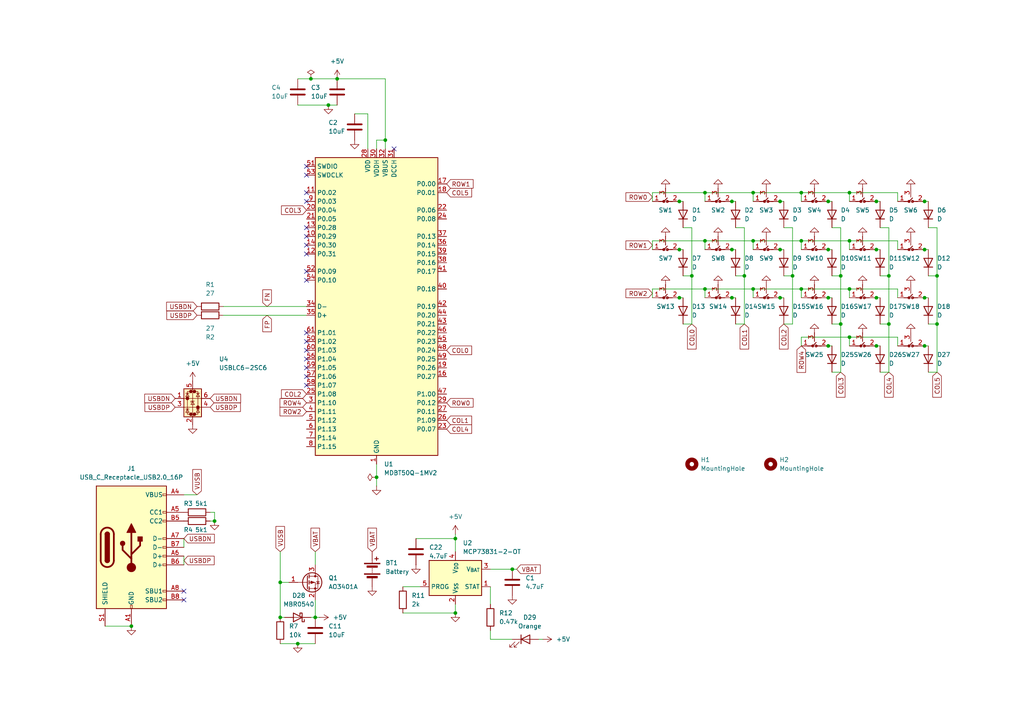
<source format=kicad_sch>
(kicad_sch (version 20250114) (generator "eeschema") (generator_version "9.0")
  (paper "A4")
  (junction (at 218.44 69.85))
  (junction (at 254.19 86.36))
  (junction (at 212.28 72.39))
  (junction (at 232.41 55.88))
  (junction (at 132.08 156.21))
  (junction (at 97.79 22.86))
  (junction (at 204.47 69.85))
  (junction (at 86.36 186.69))
  (junction (at 81.28 168.91))
  (junction (at 204.47 83.82))
  (junction (at 246.38 55.88))
  (junction (at 243.84 80.01))
  (junction (at 257.81 80.01))
  (junction (at 91.44 179.07))
  (junction (at 204.47 55.88))
  (junction (at 271.78 93.98))
  (junction (at 246.38 97.79))
  (junction (at 218.44 55.88))
  (junction (at 254.19 72.39))
  (junction (at 197.04 58.42))
  (junction (at 257.81 93.98))
  (junction (at 109.22 138.43))
  (junction (at 212.28 58.42))
  (junction (at 254.19 100.33))
  (junction (at 200.66 80.01))
  (junction (at 215.9 80.01))
  (junction (at 268.16 86.36))
  (junction (at 95.25 30.48))
  (junction (at 81.28 179.07))
  (junction (at 240.22 100.33))
  (junction (at 212.28 86.36))
  (junction (at 240.22 86.36))
  (junction (at 38.1 181.61))
  (junction (at 148.59 165.1))
  (junction (at 226.25 58.42))
  (junction (at 268.16 100.33))
  (junction (at 218.44 83.82))
  (junction (at 254.19 58.42))
  (junction (at 62.23 151.13))
  (junction (at 271.78 80.01))
  (junction (at 111.76 40.64))
  (junction (at 226.25 86.36))
  (junction (at 240.22 58.42))
  (junction (at 232.41 69.85))
  (junction (at 197.04 72.39))
  (junction (at 232.41 83.82))
  (junction (at 132.08 177.8))
  (junction (at 246.38 83.82))
  (junction (at 243.84 93.98))
  (junction (at 268.16 72.39))
  (junction (at 90.17 22.86))
  (junction (at 229.87 80.01))
  (junction (at 246.38 69.85))
  (junction (at 240.22 72.39))
  (junction (at 268.16 58.42))
  (junction (at 197.04 86.36))
  (junction (at 226.25 72.39))
  (no_connect (at 88.9 104.14))
  (no_connect (at 88.9 66.04))
  (no_connect (at 88.9 101.6))
  (no_connect (at 88.9 78.74))
  (no_connect (at 88.9 50.8))
  (no_connect (at 88.9 99.06))
  (no_connect (at 88.9 73.66))
  (no_connect (at 114.3 43.18))
  (no_connect (at 88.9 48.26))
  (no_connect (at 88.9 68.58))
  (no_connect (at 88.9 81.28))
  (no_connect (at 88.9 111.76))
  (no_connect (at 88.9 96.52))
  (no_connect (at 88.9 109.22))
  (no_connect (at 53.34 171.45))
  (no_connect (at 53.34 173.99))
  (no_connect (at 88.9 58.42))
  (no_connect (at 88.9 106.68))
  (no_connect (at 88.9 55.88))
  (no_connect (at 88.9 71.12))
  (wire (pts (xy 254.19 72.39) (xy 255.27 72.39)))
  (wire (pts (xy 200.66 80.01) (xy 198.12 80.01)))
  (wire (pts (xy 246.38 55.88) (xy 260.35 55.88)))
  (wire (pts (xy 232.41 69.85) (xy 246.38 69.85)))
  (wire (pts (xy 189.23 83.82) (xy 204.47 83.82)))
  (wire (pts (xy 254.19 86.36) (xy 255.27 86.36)))
  (wire (pts (xy 267.97 72.39) (xy 268.16 72.39)))
  (wire (pts (xy 269.24 80.01) (xy 271.78 80.01)))
  (wire (pts (xy 226.25 86.36) (xy 227.33 86.36)))
  (wire (pts (xy 218.44 55.88) (xy 232.41 55.88)))
  (wire (pts (xy 132.08 177.8) (xy 132.08 175.26)))
  (wire (pts (xy 269.24 66.04) (xy 271.78 66.04)))
  (wire (pts (xy 212.28 72.39) (xy 213.36 72.39)))
  (wire (pts (xy 116.84 170.18) (xy 121.92 170.18)))
  (wire (pts (xy 240.22 86.36) (xy 241.3 86.36)))
  (wire (pts (xy 212.09 72.39) (xy 212.28 72.39)))
  (wire (pts (xy 269.24 93.98) (xy 271.78 93.98)))
  (wire (pts (xy 196.85 72.39) (xy 197.04 72.39)))
  (wire (pts (xy 268.16 72.39) (xy 269.24 72.39)))
  (wire (pts (xy 60.96 148.59) (xy 62.23 148.59)))
  (wire (pts (xy 189.23 55.88) (xy 204.47 55.88)))
  (wire (pts (xy 254 58.42) (xy 254.19 58.42)))
  (wire (pts (xy 226.06 86.36) (xy 226.25 86.36)))
  (wire (pts (xy 257.81 80.01) (xy 257.81 93.98)))
  (wire (pts (xy 86.36 22.86) (xy 90.17 22.86)))
  (wire (pts (xy 218.44 83.82) (xy 218.44 86.36)))
  (wire (pts (xy 218.44 55.88) (xy 218.44 58.42)))
  (wire (pts (xy 90.17 22.86) (xy 97.79 22.86)))
  (wire (pts (xy 241.3 66.04) (xy 243.84 66.04)))
  (wire (pts (xy 254.19 100.33) (xy 255.27 100.33)))
  (wire (pts (xy 257.81 107.95) (xy 255.27 107.95)))
  (wire (pts (xy 232.41 55.88) (xy 246.38 55.88)))
  (wire (pts (xy 86.36 30.48) (xy 95.25 30.48)))
  (wire (pts (xy 240.22 72.39) (xy 241.3 72.39)))
  (wire (pts (xy 243.84 93.98) (xy 241.3 93.98)))
  (wire (pts (xy 213.36 93.98) (xy 215.9 93.98)))
  (wire (pts (xy 189.23 58.42) (xy 189.23 55.88)))
  (wire (pts (xy 246.38 55.88) (xy 246.38 58.42)))
  (wire (pts (xy 142.24 170.18) (xy 142.24 175.26)))
  (wire (pts (xy 92.71 179.07) (xy 91.44 179.07)))
  (wire (pts (xy 232.41 55.88) (xy 232.41 58.42)))
  (wire (pts (xy 204.47 55.88) (xy 204.47 58.42)))
  (wire (pts (xy 267.97 86.36) (xy 268.16 86.36)))
  (wire (pts (xy 226.25 58.42) (xy 227.33 58.42)))
  (wire (pts (xy 212.09 86.36) (xy 212.28 86.36)))
  (wire (pts (xy 246.38 83.82) (xy 246.38 86.36)))
  (wire (pts (xy 254.19 58.42) (xy 255.27 58.42)))
  (wire (pts (xy 246.38 97.79) (xy 246.38 100.33)))
  (wire (pts (xy 260.35 55.88) (xy 260.35 58.42)))
  (wire (pts (xy 157.48 185.42) (xy 156.21 185.42)))
  (wire (pts (xy 232.41 97.79) (xy 232.41 100.33)))
  (wire (pts (xy 53.34 156.21) (xy 53.34 158.75)))
  (wire (pts (xy 243.84 80.01) (xy 243.84 93.98)))
  (wire (pts (xy 255.27 66.04) (xy 257.81 66.04)))
  (wire (pts (xy 271.78 66.04) (xy 271.78 80.01)))
  (wire (pts (xy 243.84 93.98) (xy 243.84 107.95)))
  (wire (pts (xy 81.28 168.91) (xy 83.82 168.91)))
  (wire (pts (xy 257.81 93.98) (xy 257.81 107.95)))
  (wire (pts (xy 64.77 91.44) (xy 88.9 91.44)))
  (wire (pts (xy 148.59 165.1) (xy 149.86 165.1)))
  (wire (pts (xy 62.23 151.13) (xy 60.96 151.13)))
  (wire (pts (xy 240.03 100.33) (xy 240.22 100.33)))
  (wire (pts (xy 109.22 138.43) (xy 109.22 134.62)))
  (wire (pts (xy 271.78 80.01) (xy 271.78 93.98)))
  (wire (pts (xy 95.25 30.48) (xy 97.79 30.48)))
  (wire (pts (xy 240.03 86.36) (xy 240.22 86.36)))
  (wire (pts (xy 229.87 66.04) (xy 227.33 66.04)))
  (wire (pts (xy 215.9 66.04) (xy 215.9 80.01)))
  (wire (pts (xy 81.28 186.69) (xy 86.36 186.69)))
  (wire (pts (xy 254 100.33) (xy 254.19 100.33)))
  (wire (pts (xy 267.97 58.42) (xy 268.16 58.42)))
  (wire (pts (xy 111.76 40.64) (xy 111.76 43.18)))
  (wire (pts (xy 246.38 83.82) (xy 260.35 83.82)))
  (wire (pts (xy 260.35 97.79) (xy 260.35 100.33)))
  (wire (pts (xy 109.22 140.97) (xy 109.22 138.43)))
  (wire (pts (xy 204.47 55.88) (xy 218.44 55.88)))
  (wire (pts (xy 197.04 72.39) (xy 198.12 72.39)))
  (wire (pts (xy 109.22 40.64) (xy 109.22 43.18)))
  (wire (pts (xy 57.15 143.51) (xy 53.34 143.51)))
  (wire (pts (xy 240.03 72.39) (xy 240.22 72.39)))
  (wire (pts (xy 226.25 72.39) (xy 227.33 72.39)))
  (wire (pts (xy 132.08 156.21) (xy 132.08 160.02)))
  (wire (pts (xy 91.44 179.07) (xy 90.17 179.07)))
  (wire (pts (xy 213.36 66.04) (xy 215.9 66.04)))
  (wire (pts (xy 204.47 83.82) (xy 204.47 86.36)))
  (wire (pts (xy 227.33 93.98) (xy 229.87 93.98)))
  (wire (pts (xy 268.16 100.33) (xy 269.24 100.33)))
  (wire (pts (xy 200.66 93.98) (xy 198.12 93.98)))
  (wire (pts (xy 271.78 93.98) (xy 271.78 107.95)))
  (wire (pts (xy 189.23 69.85) (xy 204.47 69.85)))
  (wire (pts (xy 30.48 181.61) (xy 38.1 181.61)))
  (wire (pts (xy 200.66 80.01) (xy 200.66 93.98)))
  (wire (pts (xy 212.09 58.42) (xy 212.28 58.42)))
  (wire (pts (xy 254 86.36) (xy 254.19 86.36)))
  (wire (pts (xy 212.28 86.36) (xy 213.36 86.36)))
  (wire (pts (xy 64.77 88.9) (xy 88.9 88.9)))
  (wire (pts (xy 215.9 80.01) (xy 215.9 93.98)))
  (wire (pts (xy 218.44 69.85) (xy 232.41 69.85)))
  (wire (pts (xy 189.23 86.36) (xy 189.23 83.82)))
  (wire (pts (xy 91.44 160.02) (xy 91.44 163.83)))
  (wire (pts (xy 267.97 100.33) (xy 268.16 100.33)))
  (wire (pts (xy 254 72.39) (xy 254.19 72.39)))
  (wire (pts (xy 229.87 93.98) (xy 229.87 80.01)))
  (wire (pts (xy 189.23 72.39) (xy 189.23 69.85)))
  (wire (pts (xy 257.81 66.04) (xy 257.81 80.01)))
  (wire (pts (xy 246.38 69.85) (xy 246.38 72.39)))
  (wire (pts (xy 213.36 80.01) (xy 215.9 80.01)))
  (wire (pts (xy 243.84 80.01) (xy 241.3 80.01)))
  (wire (pts (xy 232.41 97.79) (xy 246.38 97.79)))
  (wire (pts (xy 257.81 93.98) (xy 255.27 93.98)))
  (wire (pts (xy 226.06 72.39) (xy 226.25 72.39)))
  (wire (pts (xy 142.24 185.42) (xy 148.59 185.42)))
  (wire (pts (xy 132.08 154.94) (xy 132.08 156.21)))
  (wire (pts (xy 212.28 58.42) (xy 213.36 58.42)))
  (wire (pts (xy 97.79 22.86) (xy 111.76 22.86)))
  (wire (pts (xy 111.76 22.86) (xy 111.76 40.64)))
  (wire (pts (xy 196.85 58.42) (xy 197.04 58.42)))
  (wire (pts (xy 204.47 83.82) (xy 218.44 83.82)))
  (wire (pts (xy 91.44 173.99) (xy 91.44 179.07)))
  (wire (pts (xy 255.27 80.01) (xy 257.81 80.01)))
  (wire (pts (xy 268.16 86.36) (xy 269.24 86.36)))
  (wire (pts (xy 232.41 83.82) (xy 246.38 83.82)))
  (wire (pts (xy 142.24 182.88) (xy 142.24 185.42)))
  (wire (pts (xy 229.87 80.01) (xy 227.33 80.01)))
  (wire (pts (xy 62.23 148.59) (xy 62.23 151.13)))
  (wire (pts (xy 197.04 86.36) (xy 198.12 86.36)))
  (wire (pts (xy 243.84 107.95) (xy 241.3 107.95)))
  (wire (pts (xy 116.84 177.8) (xy 132.08 177.8)))
  (wire (pts (xy 240.03 58.42) (xy 240.22 58.42)))
  (wire (pts (xy 81.28 179.07) (xy 82.55 179.07)))
  (wire (pts (xy 197.04 58.42) (xy 198.12 58.42)))
  (wire (pts (xy 196.85 86.36) (xy 197.04 86.36)))
  (wire (pts (xy 243.84 66.04) (xy 243.84 80.01)))
  (wire (pts (xy 271.78 107.95) (xy 269.24 107.95)))
  (wire (pts (xy 218.44 83.82) (xy 232.41 83.82)))
  (wire (pts (xy 120.65 156.21) (xy 132.08 156.21)))
  (wire (pts (xy 81.28 160.02) (xy 81.28 168.91)))
  (wire (pts (xy 198.12 66.04) (xy 200.66 66.04)))
  (wire (pts (xy 260.35 83.82) (xy 260.35 86.36)))
  (wire (pts (xy 200.66 66.04) (xy 200.66 80.01)))
  (wire (pts (xy 240.22 100.33) (xy 241.3 100.33)))
  (wire (pts (xy 142.24 165.1) (xy 148.59 165.1)))
  (wire (pts (xy 109.22 40.64) (xy 111.76 40.64)))
  (wire (pts (xy 81.28 168.91) (xy 81.28 179.07)))
  (wire (pts (xy 229.87 80.01) (xy 229.87 66.04)))
  (wire (pts (xy 86.36 186.69) (xy 91.44 186.69)))
  (wire (pts (xy 218.44 69.85) (xy 218.44 72.39)))
  (wire (pts (xy 204.47 69.85) (xy 218.44 69.85)))
  (wire (pts (xy 226.06 58.42) (xy 226.25 58.42)))
  (wire (pts (xy 260.35 69.85) (xy 260.35 72.39)))
  (wire (pts (xy 246.38 97.79) (xy 260.35 97.79)))
  (wire (pts (xy 240.22 58.42) (xy 241.3 58.42)))
  (wire (pts (xy 106.68 43.18) (xy 106.68 33.02)))
  (wire (pts (xy 232.41 83.82) (xy 232.41 86.36)))
  (wire (pts (xy 232.41 69.85) (xy 232.41 72.39)))
  (wire (pts (xy 204.47 69.85) (xy 204.47 72.39)))
  (wire (pts (xy 106.68 33.02) (xy 102.87 33.02)))
  (wire (pts (xy 53.34 161.29) (xy 53.34 163.83)))
  (wire (pts (xy 246.38 69.85) (xy 260.35 69.85)))
  (wire (pts (xy 268.16 58.42) (xy 269.24 58.42)))
  (global_label "USBDN" (shape input) (at 50.8 115.57 180) (property "Intersheetrefs" "${INTERSHEET_REFS}" (effects (hide yes))))
  (global_label "USBDP" (shape input) (at 53.34 162.56 0) (property "Intersheetrefs" "${INTERSHEET_REFS}" (effects (hide yes))))
  (global_label "COL3" (shape input) (at 88.9 60.96 180) (property "Intersheetrefs" "${INTERSHEET_REFS}" (effects (hide yes))))
  (global_label "COL1" (shape input) (at 129.54 121.92 0) (property "Intersheetrefs" "${INTERSHEET_REFS}" (effects (hide yes))))
  (global_label "COL1" (shape input) (at 215.9 93.98 270) (property "Intersheetrefs" "${INTERSHEET_REFS}" (effects (hide yes))))
  (global_label "COL4" (shape input) (at 129.54 124.46 0) (property "Intersheetrefs" "${INTERSHEET_REFS}" (effects (hide yes))))
  (global_label "USBDP" (shape input) (at 60.96 118.11 0) (property "Intersheetrefs" "${INTERSHEET_REFS}" (effects (hide yes))))
  (global_label "USBDN" (shape input) (at 57.15 88.9 180) (property "Intersheetrefs" "${INTERSHEET_REFS}" (effects (hide yes))))
  (global_label "ROW2" (shape input) (at 189.23 85.09 180) (property "Intersheetrefs" "${INTERSHEET_REFS}" (effects (hide yes))))
  (global_label "USBDP" (shape input) (at 50.8 118.11 180) (property "Intersheetrefs" "${INTERSHEET_REFS}" (effects (hide yes))))
  (global_label "ROW1" (shape input) (at 189.23 71.12 180) (property "Intersheetrefs" "${INTERSHEET_REFS}" (effects (hide yes))))
  (global_label "COL0" (shape input) (at 200.66 93.98 270) (property "Intersheetrefs" "${INTERSHEET_REFS}" (effects (hide yes))))
  (global_label "COL2" (shape input) (at 227.33 93.98 270) (property "Intersheetrefs" "${INTERSHEET_REFS}" (effects (hide yes))))
  (global_label "COL3" (shape input) (at 243.84 107.95 270) (property "Intersheetrefs" "${INTERSHEET_REFS}" (effects (hide yes))))
  (global_label "FP" (shape input) (at 77.47 91.44 270) (property "Intersheetrefs" "${INTERSHEET_REFS}" (effects (hide yes))))
  (global_label "COL4" (shape input) (at 257.81 107.95 270) (property "Intersheetrefs" "${INTERSHEET_REFS}" (effects (hide yes))))
  (global_label "VUSB" (shape input) (at 81.28 160.02 90) (property "Intersheetrefs" "${INTERSHEET_REFS}" (effects (hide yes))))
  (global_label "VUSB" (shape input) (at 57.15 143.51 90) (property "Intersheetrefs" "${INTERSHEET_REFS}" (effects (hide yes))))
  (global_label "COL0" (shape input) (at 129.54 101.6 0) (property "Intersheetrefs" "${INTERSHEET_REFS}" (effects (hide yes))))
  (global_label "COL5" (shape input) (at 271.78 107.95 270) (property "Intersheetrefs" "${INTERSHEET_REFS}" (effects (hide yes))))
  (global_label "VBAT" (shape input) (at 149.86 165.1 0) (property "Intersheetrefs" "${INTERSHEET_REFS}" (effects (hide yes))))
  (global_label "COL2" (shape input) (at 88.9 114.3 180) (property "Intersheetrefs" "${INTERSHEET_REFS}" (effects (hide yes))))
  (global_label "USBDN" (shape input) (at 53.34 156.21 0) (property "Intersheetrefs" "${INTERSHEET_REFS}" (effects (hide yes))))
  (global_label "ROW1" (shape input) (at 129.54 53.34 0) (property "Intersheetrefs" "${INTERSHEET_REFS}" (effects (hide yes))))
  (global_label "USBDN" (shape input) (at 60.96 115.57 0) (property "Intersheetrefs" "${INTERSHEET_REFS}" (effects (hide yes))))
  (global_label "FN" (shape input) (at 77.47 88.9 90) (property "Intersheetrefs" "${INTERSHEET_REFS}" (effects (hide yes))))
  (global_label "ROW0" (shape input) (at 129.54 116.84 0) (property "Intersheetrefs" "${INTERSHEET_REFS}" (effects (hide yes))))
  (global_label "VBAT" (shape input) (at 91.44 160.02 90) (property "Intersheetrefs" "${INTERSHEET_REFS}" (effects (hide yes))))
  (global_label "ROW4" (shape input) (at 88.9 116.84 180) (property "Intersheetrefs" "${INTERSHEET_REFS}" (effects (hide yes))))
  (global_label "ROW2" (shape input) (at 88.9 119.38 180) (property "Intersheetrefs" "${INTERSHEET_REFS}" (effects (hide yes))))
  (global_label "VBAT" (shape input) (at 107.95 160.02 90) (property "Intersheetrefs" "${INTERSHEET_REFS}" (effects (hide yes))))
  (global_label "ROW4" (shape input) (at 232.41 100.33 270) (property "Intersheetrefs" "${INTERSHEET_REFS}" (effects (hide yes))))
  (global_label "USBDP" (shape input) (at 57.15 91.44 180) (property "Intersheetrefs" "${INTERSHEET_REFS}" (effects (hide yes))))
  (global_label "COL5" (shape input) (at 129.54 55.88 0) (property "Intersheetrefs" "${INTERSHEET_REFS}" (effects (hide yes))))
  (global_label "ROW0" (shape input) (at 189.23 57.15 180) (property "Intersheetrefs" "${INTERSHEET_REFS}" (effects (hide yes))))
  (symbol (lib_id "Device:Battery") (at 107.95 165.1 0) (unit 1)
    (property "Reference" "BT1" (at 111.76 163.2584 0) (effects (justify left)))
    (property "Value" "Battery" (at 111.76 165.7984 0) (effects (justify left)))
    (property "Footprint" "Connector_JST:JST_PH_S2B-PH-K_1x02_P2.00mm_Horizontal" (effects (hide yes)))
    (property "Description" "Multiple-cell battery" (effects (hide yes)))
  )
  (symbol (lib_id "Connector:USB_C_Receptacle_USB2.0_16P") (at 38.1 158.75 0) (unit 1)
    (property "Reference" "J1" (at 38.1 135.89 0))
    (property "Value" "USB_C_Receptacle_USB2.0_16P" (at 38.1 138.43 0))
    (property "Footprint" "Connector_USB:USB_C_Receptacle_G-Switch_GT-USB-7010ASV" (effects (hide yes)))
    (property "Datasheet" "https://www.usb.org/sites/default/files/documents/usb_type-c.zip" (effects (hide yes)))
    (property "Description" "USB 2.0-only 16P Type-C Receptacle connector" (effects (hide yes)))
    (property "LCSC" "C67380" (effects (hide yes)))
  )
  (symbol (lib_id "Device:D") (at 213.36 62.23 90) (unit 1)
    (property "Reference" "D2" (at 215.9 60.9599 90) (effects (justify right)))
    (property "Value" "D" (at 215.9 63.4999 90) (effects (justify right)))
    (property "Footprint" "ScottoKeebs_Components:Diode_SOD-123" (effects (hide yes)))
    (property "Description" "Diode" (effects (hide yes)))
    (property "Sim.Device" "D" (effects (hide yes)))
    (property "Sim.Pins" "1=K 2=A" (effects (hide yes)))
    (property "LCSC" "C81598" (effects (hide yes)))
  )
  (symbol (lib_id "PG1316:SW_Push_3pin_GND") (at 193.04 86.36 0) (unit 1)
    (property "Reference" "SW13" (at 193.04 88.9 0))
    (property "Value" "SW_Push_3pin_GND" (effects (hide yes)))
    (property "Footprint" "PG1316S:CPG1316S01D02_kailhspecsheet_mikefive" (effects (hide yes)))
  )
  (symbol (lib_id "power:PWR_FLAG") (at 90.17 22.86 0) (unit 1)
    (property "Reference" "#FLG01" (effects (hide yes)))
    (property "Value" "PWR_FLAG" (effects (hide yes)))
    (property "Description" "Special symbol for telling ERC where power comes from" (effects (hide yes)))
  )
  (symbol (lib_id "Device:D") (at 198.12 62.23 90) (unit 1)
    (property "Reference" "D1" (at 200.66 60.9599 90) (effects (justify right)))
    (property "Value" "D" (at 200.66 63.4999 90) (effects (justify right)))
    (property "Footprint" "ScottoKeebs_Components:Diode_SOD-123" (effects (hide yes)))
    (property "Description" "Diode" (effects (hide yes)))
    (property "Sim.Device" "D" (effects (hide yes)))
    (property "Sim.Pins" "1=K 2=A" (effects (hide yes)))
    (property "LCSC" "C81598" (effects (hide yes)))
  )
  (symbol (lib_id "power:GND") (at 132.08 177.8 0) (unit 1)
    (property "Reference" "#PWR045" (effects (hide yes)))
    (property "Value" "GND" (effects (hide yes)))
    (property "Description" "Power symbol creates a global label with name \"GND\" , ground" (effects (hide yes)))
  )
  (symbol (lib_id "Device:R") (at 57.15 148.59 270) (unit 1)
    (property "Reference" "R3" (at 54.61 146.05 90))
    (property "Value" "5k1" (at 58.42 146.05 90))
    (property "Footprint" "Resistor_SMD:R_0603_1608Metric" (effects (hide yes)))
    (property "Description" "Resistor" (effects (hide yes)))
    (property "LCSC" "C23186" (effects (hide yes)))
  )
  (symbol (lib_id "PG1316:SW_Push_3pin_GND") (at 222.25 58.42 0) (unit 1)
    (property "Reference" "SW3" (at 222.25 60.96 0))
    (property "Value" "SW_Push_3pin_GND" (effects (hide yes)))
    (property "Footprint" "PG1316S:CPG1316S01D02_kailhspecsheet_mikefive" (effects (hide yes)))
  )
  (symbol (lib_id "Device:C") (at 91.44 182.88 0) (unit 1)
    (property "Reference" "C11" (at 95.25 181.6099 0) (effects (justify left)))
    (property "Value" "10uF" (at 95.25 184.1499 0) (effects (justify left)))
    (property "Footprint" "Capacitor_SMD:C_0603_1608Metric" (effects (hide yes)))
    (property "Description" "Unpolarized capacitor" (effects (hide yes)))
    (property "LCSC" "C19702" (effects (hide yes)))
  )
  (symbol (lib_id "power:GND") (at 222.25 82.55 180) (unit 1)
    (property "Reference" "#PWR017" (effects (hide yes)))
    (property "Value" "GND" (effects (hide yes)))
    (property "Description" "Power symbol creates a global label with name \"GND\" , ground" (effects (hide yes)))
  )
  (symbol (lib_id "power:+5V") (at 92.71 179.07 270) (unit 1)
    (property "Reference" "#PWR036" (effects (hide yes)))
    (property "Value" "+5V" (at 96.52 179.0699 90) (effects (justify left)))
    (property "Description" "Power symbol creates a global label with name \"+5V\"" (effects (hide yes)))
  )
  (symbol (lib_id "PG1316:SW_Push_3pin_GND") (at 236.22 86.36 0) (unit 1)
    (property "Reference" "SW16" (at 236.22 88.9 0))
    (property "Value" "SW_Push_3pin_GND" (effects (hide yes)))
    (property "Footprint" "PG1316S:CPG1316S01D02_kailhspecsheet_mikefive" (effects (hide yes)))
  )
  (symbol (lib_id "power:GND") (at 264.16 68.58 180) (unit 1)
    (property "Reference" "#PWR014" (effects (hide yes)))
    (property "Value" "GND" (effects (hide yes)))
    (property "Description" "Power symbol creates a global label with name \"GND\" , ground" (effects (hide yes)))
  )
  (symbol (lib_id "Device:R") (at 81.28 182.88 0) (unit 1)
    (property "Reference" "R7" (at 83.82 181.6099 0) (effects (justify left)))
    (property "Value" "10k" (at 83.82 184.1499 0) (effects (justify left)))
    (property "Footprint" "Resistor_SMD:R_0603_1608Metric" (effects (hide yes)))
    (property "Description" "Resistor" (effects (hide yes)))
    (property "LCSC" "C25804" (effects (hide yes)))
  )
  (symbol (lib_id "Diode:MBR0540") (at 86.36 179.07 180) (unit 1)
    (property "Reference" "D28" (at 86.6775 172.72 0))
    (property "Value" "MBR0540" (at 86.6775 175.26 0))
    (property "Footprint" "Diode_SMD:D_SOD-123" (effects (hide yes)))
    (property "Datasheet" "http://www.mccsemi.com/up_pdf/MBR0520~MBR0580(SOD123).pdf" (effects (hide yes)))
    (property "Description" "40V 0.5A Schottky Power Rectifier Diode, SOD-123" (effects (hide yes)))
    (property "LCSC" "C77337" (effects (hide yes)))
  )
  (symbol (lib_id "power:GND") (at 38.1 181.61 0) (unit 1)
    (property "Reference" "#PWR01" (effects (hide yes)))
    (property "Value" "GND" (effects (hide yes)))
    (property "Description" "Power symbol creates a global label with name \"GND\" , ground" (effects (hide yes)))
  )
  (symbol (lib_name "LED_1") (lib_id "Device:LED") (at 152.4 185.42 0) (unit 1)
    (property "Reference" "D29" (at 153.67 179.07 0))
    (property "Value" "Orange" (at 153.67 181.61 0))
    (property "Footprint" "LED_SMD:LED_0805_2012Metric" (effects (hide yes)))
    (property "Description" "Light emitting diode" (effects (hide yes)))
    (property "Sim.Pins" "1=K 2=A" (effects (hide yes)))
    (property "LCSC" "C434437" (effects (hide yes)))
  )
  (symbol (lib_id "Battery_Management:MCP73831-2-OT") (at 132.08 167.64 0) (unit 1)
    (property "Reference" "U2" (at 134.2233 157.48 0) (effects (justify left)))
    (property "Value" "MCP73831-2-OT" (at 134.2233 160.02 0) (effects (justify left)))
    (property "Footprint" "Package_TO_SOT_SMD:SOT-23-5" (effects (hide yes)))
    (property "Datasheet" "http://ww1.microchip.com/downloads/en/DeviceDoc/20001984g.pdf" (effects (hide yes)))
    (property "Description" "Single cell, Li-Ion/Li-Po charge management controller, 4.20V, Tri-State Status Output, in SOT23-5 package" (effects (hide yes)))
    (property "LCSC" "C5180249" (effects (hide yes)))
  )
  (symbol (lib_id "power:+5V") (at 132.08 154.94 0) (unit 1)
    (property "Reference" "#PWR046" (effects (hide yes)))
    (property "Value" "+5V" (at 132.08 149.86 0))
    (property "Description" "Power symbol creates a global label with name \"+5V\"" (effects (hide yes)))
  )
  (symbol (lib_id "power:GND") (at 193.04 54.61 180) (unit 1)
    (property "Reference" "#PWR03" (effects (hide yes)))
    (property "Value" "GND" (effects (hide yes)))
    (property "Description" "Power symbol creates a global label with name \"GND\" , ground" (effects (hide yes)))
  )
  (symbol (lib_id "PG1316:SW_Push_3pin_GND") (at 264.16 72.39 0) (unit 1)
    (property "Reference" "SW12" (at 264.16 74.93 0))
    (property "Value" "SW_Push_3pin_GND" (effects (hide yes)))
    (property "Footprint" "PG1316S:CPG1316S01D02_kailhspecsheet_mikefive" (effects (hide yes)))
  )
  (symbol (lib_id "PG1316:SW_Push_3pin_GND") (at 236.22 72.39 0) (unit 1)
    (property "Reference" "SW10" (at 236.22 74.93 0))
    (property "Value" "SW_Push_3pin_GND" (effects (hide yes)))
    (property "Footprint" "PG1316S:CPG1316S01D02_kailhspecsheet_mikefive" (effects (hide yes)))
  )
  (symbol (lib_id "Device:R") (at 60.96 91.44 90) (unit 1)
    (property "Reference" "R2" (at 60.96 97.79 90))
    (property "Value" "27" (at 60.96 95.25 90))
    (property "Footprint" "Resistor_SMD:R_0402_1005Metric" (effects (hide yes)))
    (property "Description" "Resistor" (effects (hide yes)))
    (property "LCSC" "C25100" (effects (hide yes)))
  )
  (symbol (lib_id "power:GND") (at 236.22 82.55 180) (unit 1)
    (property "Reference" "#PWR018" (effects (hide yes)))
    (property "Value" "GND" (effects (hide yes)))
    (property "Description" "Power symbol creates a global label with name \"GND\" , ground" (effects (hide yes)))
  )
  (symbol (lib_id "power:GND") (at 236.22 68.58 180) (unit 1)
    (property "Reference" "#PWR012" (effects (hide yes)))
    (property "Value" "GND" (effects (hide yes)))
    (property "Description" "Power symbol creates a global label with name \"GND\" , ground" (effects (hide yes)))
  )
  (symbol (lib_id "power:GND") (at 62.23 151.13 0) (unit 1)
    (property "Reference" "#PWR02" (effects (hide yes)))
    (property "Value" "GND" (effects (hide yes)))
    (property "Description" "Power symbol creates a global label with name \"GND\" , ground" (effects (hide yes)))
  )
  (symbol (lib_id "RF_Module:MDBT50Q-1MV2") (at 109.22 88.9 0) (unit 1)
    (property "Reference" "U1" (at 111.3633 134.62 0) (effects (justify left)))
    (property "Value" "MDBT50Q-1MV2" (at 111.3633 137.16 0) (effects (justify left)))
    (property "Footprint" "RF_Module:Raytac_MDBT50Q" (effects (hide yes)))
    (property "Datasheet" "https://www.raytac.com/download/index.php?index_id=43" (effects (hide yes)))
    (property "Description" "Multiprotocol BLE/ANT/2.4 GHz/802.15.4 Cortex-M4F SoC, nRF52840 module" (effects (hide yes)))
    (property "LCSC" "C14879" (effects (hide yes)))
  )
  (symbol (lib_id "PG1316:SW_Push_3pin_GND") (at 250.19 86.36 0) (unit 1)
    (property "Reference" "SW17" (at 250.19 88.9 0))
    (property "Value" "SW_Push_3pin_GND" (effects (hide yes)))
    (property "Footprint" "PG1316S:CPG1316S01D02_kailhspecsheet_mikefive" (effects (hide yes)))
  )
  (symbol (lib_id "Device:D") (at 227.33 76.2 90) (unit 1)
    (property "Reference" "D9" (at 229.87 74.9299 90) (effects (justify right)))
    (property "Value" "D" (at 229.87 77.4699 90) (effects (justify right)))
    (property "Footprint" "ScottoKeebs_Components:Diode_SOD-123" (effects (hide yes)))
    (property "Description" "Diode" (effects (hide yes)))
    (property "Sim.Device" "D" (effects (hide yes)))
    (property "Sim.Pins" "1=K 2=A" (effects (hide yes)))
    (property "LCSC" "C81598" (effects (hide yes)))
  )
  (symbol (lib_id "Mechanical:MountingHole") (at 223.52 134.62 0) (unit 1) (in_bom no)
    (property "Reference" "H2" (at 226.06 133.3499 0) (effects (justify left)))
    (property "Value" "MountingHole" (at 226.06 135.8899 0) (effects (justify left)))
    (property "Footprint" "MountingHole:MountingHole_2.7mm_M2.5" (effects (hide yes)))
    (property "Description" "Mounting Hole without connection" (effects (hide yes)))
  )
  (symbol (lib_id "Device:D") (at 213.36 76.2 90) (unit 1)
    (property "Reference" "D8" (at 215.9 74.9299 90) (effects (justify right)))
    (property "Value" "D" (at 215.9 77.4699 90) (effects (justify right)))
    (property "Footprint" "ScottoKeebs_Components:Diode_SOD-123" (effects (hide yes)))
    (property "Description" "Diode" (effects (hide yes)))
    (property "Sim.Device" "D" (effects (hide yes)))
    (property "Sim.Pins" "1=K 2=A" (effects (hide yes)))
    (property "LCSC" "C81598" (effects (hide yes)))
  )
  (symbol (lib_id "Device:R") (at 116.84 173.99 0) (unit 1)
    (property "Reference" "R11" (at 119.38 172.7199 0) (effects (justify left)))
    (property "Value" "2k" (at 119.38 175.2599 0) (effects (justify left)))
    (property "Footprint" "Resistor_SMD:R_0603_1608Metric" (effects (hide yes)))
    (property "Description" "Resistor" (effects (hide yes)))
    (property "LCSC" "C22975" (effects (hide yes)))
  )
  (symbol (lib_id "power:GND") (at 120.65 163.83 0) (unit 1)
    (property "Reference" "#PWR052" (effects (hide yes)))
    (property "Value" "GND" (effects (hide yes)))
    (property "Description" "Power symbol creates a global label with name \"GND\" , ground" (effects (hide yes)))
  )
  (symbol (lib_id "PG1316:SW_Push_3pin_GND") (at 193.04 58.42 0) (unit 1)
    (property "Reference" "SW1" (at 193.04 60.96 0))
    (property "Value" "SW_Push_3pin_GND" (effects (hide yes)))
    (property "Footprint" "PG1316S:CPG1316S01D02_kailhspecsheet_mikefive" (effects (hide yes)))
  )
  (symbol (lib_id "power:GND") (at 55.88 123.19 0) (unit 1)
    (property "Reference" "#PWR030" (effects (hide yes)))
    (property "Value" "GND" (effects (hide yes)))
    (property "Description" "Power symbol creates a global label with name \"GND\" , ground" (effects (hide yes)))
  )
  (symbol (lib_id "power:GND") (at 250.19 82.55 180) (unit 1)
    (property "Reference" "#PWR019" (effects (hide yes)))
    (property "Value" "GND" (effects (hide yes)))
    (property "Description" "Power symbol creates a global label with name \"GND\" , ground" (effects (hide yes)))
  )
  (symbol (lib_id "PG1316:SW_Push_3pin_GND") (at 236.22 58.42 0) (unit 1)
    (property "Reference" "SW4" (at 236.22 60.96 0))
    (property "Value" "SW_Push_3pin_GND" (effects (hide yes)))
    (property "Footprint" "PG1316S:CPG1316S01D02_kailhspecsheet_mikefive" (effects (hide yes)))
  )
  (symbol (lib_id "power:GND") (at 264.16 82.55 180) (unit 1)
    (property "Reference" "#PWR020" (effects (hide yes)))
    (property "Value" "GND" (effects (hide yes)))
    (property "Description" "Power symbol creates a global label with name \"GND\" , ground" (effects (hide yes)))
  )
  (symbol (lib_id "PG1316:SW_Push_3pin_GND") (at 264.16 86.36 0) (unit 1)
    (property "Reference" "SW18" (at 264.16 88.9 0))
    (property "Value" "SW_Push_3pin_GND" (effects (hide yes)))
    (property "Footprint" "PG1316S:CPG1316S01D02_kailhspecsheet_mikefive" (effects (hide yes)))
  )
  (symbol (lib_id "power:GND") (at 148.59 172.72 0) (unit 1)
    (property "Reference" "#PWR044" (effects (hide yes)))
    (property "Value" "GND" (effects (hide yes)))
    (property "Description" "Power symbol creates a global label with name \"GND\" , ground" (effects (hide yes)))
  )
  (symbol (lib_id "Device:D") (at 198.12 76.2 90) (unit 1)
    (property "Reference" "D7" (at 200.66 74.9299 90) (effects (justify right)))
    (property "Value" "D" (at 200.66 77.4699 90) (effects (justify right)))
    (property "Footprint" "ScottoKeebs_Components:Diode_SOD-123" (effects (hide yes)))
    (property "Description" "Diode" (effects (hide yes)))
    (property "Sim.Device" "D" (effects (hide yes)))
    (property "Sim.Pins" "1=K 2=A" (effects (hide yes)))
    (property "LCSC" "C81598" (effects (hide yes)))
  )
  (symbol (lib_id "Power_Protection:USBLC6-2SC6") (at 55.88 115.57 0) (unit 1)
    (property "Reference" "U4" (at 63.5 104.14 0) (effects (justify left)))
    (property "Value" "USBLC6-2SC6" (at 63.5 106.68 0) (effects (justify left)))
    (property "Footprint" "Package_TO_SOT_SMD:SOT-23-6" (effects (hide yes)))
    (property "Datasheet" "https://www.st.com/resource/en/datasheet/usblc6-2.pdf" (effects (hide yes)))
    (property "Description" "Very low capacitance ESD protection diode, 2 data-line, SOT-23-6" (effects (hide yes)))
    (property "LCSC" "C67380" (effects (hide yes)))
  )
  (symbol (lib_id "PG1316:SW_Push_3pin_GND") (at 208.28 58.42 0) (unit 1)
    (property "Reference" "SW2" (at 208.28 60.96 0))
    (property "Value" "SW_Push_3pin_GND" (effects (hide yes)))
    (property "Footprint" "PG1316S:CPG1316S01D02_kailhspecsheet_mikefive" (effects (hide yes)))
  )
  (symbol (lib_id "Device:D") (at 255.27 90.17 90) (unit 1)
    (property "Reference" "D17" (at 257.81 88.8999 90) (effects (justify right)))
    (property "Value" "D" (at 257.81 91.4399 90) (effects (justify right)))
    (property "Footprint" "ScottoKeebs_Components:Diode_SOD-123" (effects (hide yes)))
    (property "Description" "Diode" (effects (hide yes)))
    (property "Sim.Device" "D" (effects (hide yes)))
    (property "Sim.Pins" "1=K 2=A" (effects (hide yes)))
    (property "LCSC" "C81598" (effects (hide yes)))
  )
  (symbol (lib_id "Device:D") (at 241.3 76.2 90) (unit 1)
    (property "Reference" "D10" (at 243.84 74.9299 90) (effects (justify right)))
    (property "Value" "D" (at 243.84 77.4699 90) (effects (justify right)))
    (property "Footprint" "ScottoKeebs_Components:Diode_SOD-123" (effects (hide yes)))
    (property "Description" "Diode" (effects (hide yes)))
    (property "Sim.Device" "D" (effects (hide yes)))
    (property "Sim.Pins" "1=K 2=A" (effects (hide yes)))
    (property "LCSC" "C81598" (effects (hide yes)))
  )
  (symbol (lib_id "PG1316:SW_Push_3pin_GND") (at 236.22 100.33 0) (unit 1)
    (property "Reference" "SW25" (at 236.22 102.87 0))
    (property "Value" "SW_Push_3pin_GND" (effects (hide yes)))
    (property "Footprint" "PG1316S:CPG1316S01D02_kailhspecsheet_mikefive" (effects (hide yes)))
  )
  (symbol (lib_id "Device:C") (at 102.87 36.83 0) (unit 1)
    (property "Reference" "C2" (at 95.25 35.56 0) (effects (justify left)))
    (property "Value" "10uF" (at 95.25 38.1 0) (effects (justify left)))
    (property "Footprint" "Capacitor_SMD:C_0603_1608Metric" (effects (hide yes)))
    (property "Description" "Unpolarized capacitor" (effects (hide yes)))
    (property "LCSC" "C19702" (effects (hide yes)))
  )
  (symbol (lib_id "power:GND") (at 250.19 96.52 180) (unit 1)
    (property "Reference" "#PWR033" (effects (hide yes)))
    (property "Value" "GND" (effects (hide yes)))
    (property "Description" "Power symbol creates a global label with name \"GND\" , ground" (effects (hide yes)))
  )
  (symbol (lib_id "Device:C") (at 148.59 168.91 0) (unit 1)
    (property "Reference" "C1" (at 152.4 167.6399 0) (effects (justify left)))
    (property "Value" "4.7uF" (at 152.4 170.1799 0) (effects (justify left)))
    (property "Footprint" "Capacitor_SMD:C_0603_1608Metric" (effects (hide yes)))
    (property "Description" "Unpolarized capacitor" (effects (hide yes)))
    (property "LCSC" "C19666 " (effects (hide yes)))
  )
  (symbol (lib_id "power:GND") (at 264.16 54.61 180) (unit 1)
    (property "Reference" "#PWR08" (effects (hide yes)))
    (property "Value" "GND" (effects (hide yes)))
    (property "Description" "Power symbol creates a global label with name \"GND\" , ground" (effects (hide yes)))
  )
  (symbol (lib_id "Device:R") (at 60.96 88.9 90) (unit 1)
    (property "Reference" "R1" (at 60.96 82.55 90))
    (property "Value" "27" (at 60.96 85.09 90))
    (property "Footprint" "Resistor_SMD:R_0402_1005Metric" (effects (hide yes)))
    (property "Description" "Resistor" (effects (hide yes)))
    (property "LCSC" "C25100" (effects (hide yes)))
  )
  (symbol (lib_id "PG1316:SW_Push_3pin_GND") (at 264.16 100.33 0) (unit 1)
    (property "Reference" "SW27" (at 264.16 102.87 0))
    (property "Value" "SW_Push_3pin_GND" (effects (hide yes)))
    (property "Footprint" "PG1316S:CPG1316S01D02_kailhspecsheet_mikefive" (effects (hide yes)))
  )
  (symbol (lib_id "Device:R") (at 57.15 151.13 270) (unit 1)
    (property "Reference" "R4" (at 54.61 153.67 90))
    (property "Value" "5k1" (at 58.42 153.67 90))
    (property "Footprint" "Resistor_SMD:R_0603_1608Metric" (effects (hide yes)))
    (property "Description" "Resistor" (effects (hide yes)))
    (property "LCSC" "C23186" (effects (hide yes)))
  )
  (symbol (lib_id "power:GND") (at 264.16 96.52 180) (unit 1)
    (property "Reference" "#PWR034" (effects (hide yes)))
    (property "Value" "GND" (effects (hide yes)))
    (property "Description" "Power symbol creates a global label with name \"GND\" , ground" (effects (hide yes)))
  )
  (symbol (lib_id "Device:D") (at 255.27 62.23 90) (unit 1)
    (property "Reference" "D5" (at 257.81 60.9599 90) (effects (justify right)))
    (property "Value" "D" (at 257.81 63.4999 90) (effects (justify right)))
    (property "Footprint" "ScottoKeebs_Components:Diode_SOD-123" (effects (hide yes)))
    (property "Description" "Diode" (effects (hide yes)))
    (property "Sim.Device" "D" (effects (hide yes)))
    (property "Sim.Pins" "1=K 2=A" (effects (hide yes)))
    (property "LCSC" "C81598" (effects (hide yes)))
  )
  (symbol (lib_id "power:GND") (at 193.04 68.58 180) (unit 1)
    (property "Reference" "#PWR09" (effects (hide yes)))
    (property "Value" "GND" (effects (hide yes)))
    (property "Description" "Power symbol creates a global label with name \"GND\" , ground" (effects (hide yes)))
  )
  (symbol (lib_id "power:PWR_FLAG") (at 109.22 138.43 90) (unit 1)
    (property "Reference" "#FLG02" (effects (hide yes)))
    (property "Value" "PWR_FLAG" (effects (hide yes)))
    (property "Description" "Special symbol for telling ERC where power comes from" (effects (hide yes)))
  )
  (symbol (lib_id "PG1316:SW_Push_3pin_GND") (at 222.25 72.39 0) (unit 1)
    (property "Reference" "SW9" (at 222.25 74.93 0))
    (property "Value" "SW_Push_3pin_GND" (effects (hide yes)))
    (property "Footprint" "PG1316S:CPG1316S01D02_kailhspecsheet_mikefive" (effects (hide yes)))
  )
  (symbol (lib_id "power:GND") (at 193.04 82.55 180) (unit 1)
    (property "Reference" "#PWR015" (effects (hide yes)))
    (property "Value" "GND" (effects (hide yes)))
    (property "Description" "Power symbol creates a global label with name \"GND\" , ground" (effects (hide yes)))
  )
  (symbol (lib_id "Device:D") (at 269.24 90.17 90) (unit 1)
    (property "Reference" "D18" (at 271.78 88.8999 90) (effects (justify right)))
    (property "Value" "D" (at 271.78 91.4399 90) (effects (justify right)))
    (property "Footprint" "ScottoKeebs_Components:Diode_SOD-123" (effects (hide yes)))
    (property "Description" "Diode" (effects (hide yes)))
    (property "Sim.Device" "D" (effects (hide yes)))
    (property "Sim.Pins" "1=K 2=A" (effects (hide yes)))
    (property "LCSC" "C81598" (effects (hide yes)))
  )
  (symbol (lib_id "Mechanical:MountingHole") (at 200.66 134.62 0) (unit 1) (in_bom no)
    (property "Reference" "H1" (at 203.2 133.3499 0) (effects (justify left)))
    (property "Value" "MountingHole" (at 203.2 135.8899 0) (effects (justify left)))
    (property "Footprint" "MountingHole:MountingHole_2.7mm_M2.5" (effects (hide yes)))
    (property "Description" "Mounting Hole without connection" (effects (hide yes)))
  )
  (symbol (lib_id "power:GND") (at 102.87 40.64 0) (unit 1)
    (property "Reference" "#PWR028" (effects (hide yes)))
    (property "Value" "GND" (effects (hide yes)))
    (property "Description" "Power symbol creates a global label with name \"GND\" , ground" (effects (hide yes)))
  )
  (symbol (lib_id "power:GND") (at 208.28 68.58 180) (unit 1)
    (property "Reference" "#PWR010" (effects (hide yes)))
    (property "Value" "GND" (effects (hide yes)))
    (property "Description" "Power symbol creates a global label with name \"GND\" , ground" (effects (hide yes)))
  )
  (symbol (lib_id "power:GND") (at 109.22 140.97 0) (unit 1)
    (property "Reference" "#PWR027" (effects (hide yes)))
    (property "Value" "GND" (effects (hide yes)))
    (property "Description" "Power symbol creates a global label with name \"GND\" , ground" (effects (hide yes)))
  )
  (symbol (lib_id "PG1316:SW_Push_3pin_GND") (at 250.19 72.39 0) (unit 1)
    (property "Reference" "SW11" (at 250.19 74.93 0))
    (property "Value" "SW_Push_3pin_GND" (effects (hide yes)))
    (property "Footprint" "PG1316S:CPG1316S01D02_kailhspecsheet_mikefive" (effects (hide yes)))
  )
  (symbol (lib_id "power:GND") (at 208.28 54.61 180) (unit 1)
    (property "Reference" "#PWR04" (effects (hide yes)))
    (property "Value" "GND" (effects (hide yes)))
    (property "Description" "Power symbol creates a global label with name \"GND\" , ground" (effects (hide yes)))
  )
  (symbol (lib_id "power:+5V") (at 55.88 110.49 0) (unit 1)
    (property "Reference" "#PWR031" (effects (hide yes)))
    (property "Value" "+5V" (at 55.88 105.41 0))
    (property "Description" "Power symbol creates a global label with name \"+5V\"" (effects (hide yes)))
  )
  (symbol (lib_id "Device:D") (at 227.33 62.23 90) (unit 1)
    (property "Reference" "D3" (at 229.87 60.9599 90) (effects (justify right)))
    (property "Value" "D" (at 229.87 63.4999 90) (effects (justify right)))
    (property "Footprint" "ScottoKeebs_Components:Diode_SOD-123" (effects (hide yes)))
    (property "Description" "Diode" (effects (hide yes)))
    (property "Sim.Device" "D" (effects (hide yes)))
    (property "Sim.Pins" "1=K 2=A" (effects (hide yes)))
    (property "LCSC" "C81598" (effects (hide yes)))
  )
  (symbol (lib_id "power:GND") (at 107.95 170.18 0) (unit 1)
    (property "Reference" "#PWR043" (effects (hide yes)))
    (property "Value" "GND" (effects (hide yes)))
    (property "Description" "Power symbol creates a global label with name \"GND\" , ground" (effects (hide yes)))
  )
  (symbol (lib_id "PG1316:SW_Push_3pin_GND") (at 250.19 58.42 0) (unit 1)
    (property "Reference" "SW5" (at 250.19 60.96 0))
    (property "Value" "SW_Push_3pin_GND" (effects (hide yes)))
    (property "Footprint" "PG1316S:CPG1316S01D02_kailhspecsheet_mikefive" (effects (hide yes)))
  )
  (symbol (lib_id "Device:D") (at 241.3 104.14 90) (unit 1)
    (property "Reference" "D25" (at 243.84 102.8699 90) (effects (justify right)))
    (property "Value" "D" (at 243.84 105.4099 90) (effects (justify right)))
    (property "Footprint" "ScottoKeebs_Components:Diode_SOD-123" (effects (hide yes)))
    (property "Description" "Diode" (effects (hide yes)))
    (property "Sim.Device" "D" (effects (hide yes)))
    (property "Sim.Pins" "1=K 2=A" (effects (hide yes)))
    (property "LCSC" "C81598" (effects (hide yes)))
  )
  (symbol (lib_id "Device:D") (at 241.3 62.23 90) (unit 1)
    (property "Reference" "D4" (at 243.84 60.9599 90) (effects (justify right)))
    (property "Value" "D" (at 243.84 63.4999 90) (effects (justify right)))
    (property "Footprint" "ScottoKeebs_Components:Diode_SOD-123" (effects (hide yes)))
    (property "Description" "Diode" (effects (hide yes)))
    (property "Sim.Device" "D" (effects (hide yes)))
    (property "Sim.Pins" "1=K 2=A" (effects (hide yes)))
    (property "LCSC" "C81598" (effects (hide yes)))
  )
  (symbol (lib_id "Device:D") (at 255.27 76.2 90) (unit 1)
    (property "Reference" "D11" (at 257.81 74.9299 90) (effects (justify right)))
    (property "Value" "D" (at 257.81 77.4699 90) (effects (justify right)))
    (property "Footprint" "ScottoKeebs_Components:Diode_SOD-123" (effects (hide yes)))
    (property "Description" "Diode" (effects (hide yes)))
    (property "Sim.Device" "D" (effects (hide yes)))
    (property "Sim.Pins" "1=K 2=A" (effects (hide yes)))
    (property "LCSC" "C81598" (effects (hide yes)))
  )
  (symbol (lib_id "Device:R") (at 142.24 179.07 0) (unit 1)
    (property "Reference" "R12" (at 144.78 177.7999 0) (effects (justify left)))
    (property "Value" "0.47k" (at 144.78 180.3399 0) (effects (justify left)))
    (property "Footprint" "Resistor_SMD:R_0603_1608Metric" (effects (hide yes)))
    (property "Description" "Resistor" (effects (hide yes)))
    (property "LCSC" "C23179" (effects (hide yes)))
  )
  (symbol (lib_id "power:GND") (at 86.36 186.69 0) (unit 1)
    (property "Reference" "#PWR035" (effects (hide yes)))
    (property "Value" "GND" (effects (hide yes)))
    (property "Description" "Power symbol creates a global label with name \"GND\" , ground" (effects (hide yes)))
  )
  (symbol (lib_id "Device:D") (at 269.24 104.14 90) (unit 1)
    (property "Reference" "D27" (at 271.78 102.8699 90) (effects (justify right)))
    (property "Value" "D" (at 271.78 105.4099 90) (effects (justify right)))
    (property "Footprint" "ScottoKeebs_Components:Diode_SOD-123" (effects (hide yes)))
    (property "Description" "Diode" (effects (hide yes)))
    (property "Sim.Device" "D" (effects (hide yes)))
    (property "Sim.Pins" "1=K 2=A" (effects (hide yes)))
    (property "LCSC" "C81598" (effects (hide yes)))
  )
  (symbol (lib_id "Device:D") (at 198.12 90.17 90) (unit 1)
    (property "Reference" "D13" (at 200.66 88.8999 90) (effects (justify right)))
    (property "Value" "D" (at 200.66 91.4399 90) (effects (justify right)))
    (property "Footprint" "ScottoKeebs_Components:Diode_SOD-123" (effects (hide yes)))
    (property "Description" "Diode" (effects (hide yes)))
    (property "Sim.Device" "D" (effects (hide yes)))
    (property "Sim.Pins" "1=K 2=A" (effects (hide yes)))
    (property "LCSC" "C81598" (effects (hide yes)))
  )
  (symbol (lib_id "Device:D") (at 255.27 104.14 90) (unit 1)
    (property "Reference" "D26" (at 257.81 102.8699 90) (effects (justify right)))
    (property "Value" "D" (at 257.81 105.4099 90) (effects (justify right)))
    (property "Footprint" "ScottoKeebs_Components:Diode_SOD-123" (effects (hide yes)))
    (property "Description" "Diode" (effects (hide yes)))
    (property "Sim.Device" "D" (effects (hide yes)))
    (property "Sim.Pins" "1=K 2=A" (effects (hide yes)))
    (property "LCSC" "C81598" (effects (hide yes)))
  )
  (symbol (lib_id "Device:C") (at 120.65 160.02 0) (unit 1)
    (property "Reference" "C22" (at 124.46 158.7499 0) (effects (justify left)))
    (property "Value" "4.7uF" (at 124.46 161.2899 0) (effects (justify left)))
    (property "Footprint" "Capacitor_SMD:C_0603_1608Metric" (effects (hide yes)))
    (property "Description" "Unpolarized capacitor" (effects (hide yes)))
    (property "LCSC" "C19666 " (effects (hide yes)))
  )
  (symbol (lib_id "power:GND") (at 222.25 68.58 180) (unit 1)
    (property "Reference" "#PWR011" (effects (hide yes)))
    (property "Value" "GND" (effects (hide yes)))
    (property "Description" "Power symbol creates a global label with name \"GND\" , ground" (effects (hide yes)))
  )
  (symbol (lib_id "power:+5V") (at 97.79 22.86 0) (unit 1)
    (property "Reference" "#PWR029" (effects (hide yes)))
    (property "Value" "+5V" (at 97.79 17.78 0))
    (property "Description" "Power symbol creates a global label with name \"+5V\"" (effects (hide yes)))
  )
  (symbol (lib_id "Device:C") (at 97.79 26.67 0) (unit 1)
    (property "Reference" "C3" (at 90.17 25.4 0) (effects (justify left)))
    (property "Value" "10uF" (at 90.17 27.94 0) (effects (justify left)))
    (property "Footprint" "Capacitor_SMD:C_0603_1608Metric" (effects (hide yes)))
    (property "Description" "Unpolarized capacitor" (effects (hide yes)))
    (property "LCSC" "C19702" (effects (hide yes)))
  )
  (symbol (lib_id "PG1316:SW_Push_3pin_GND") (at 264.16 58.42 0) (unit 1)
    (property "Reference" "SW6" (at 264.16 60.96 0))
    (property "Value" "SW_Push_3pin_GND" (effects (hide yes)))
    (property "Footprint" "PG1316S:CPG1316S01D02_kailhspecsheet_mikefive" (effects (hide yes)))
  )
  (symbol (lib_id "power:GND") (at 95.25 30.48 0) (unit 1)
    (property "Reference" "#PWR037" (effects (hide yes)))
    (property "Value" "GND" (effects (hide yes)))
    (property "Description" "Power symbol creates a global label with name \"GND\" , ground" (effects (hide yes)))
  )
  (symbol (lib_id "power:GND") (at 236.22 54.61 180) (unit 1)
    (property "Reference" "#PWR06" (effects (hide yes)))
    (property "Value" "GND" (effects (hide yes)))
    (property "Description" "Power symbol creates a global label with name \"GND\" , ground" (effects (hide yes)))
  )
  (symbol (lib_id "power:GND") (at 250.19 68.58 180) (unit 1)
    (property "Reference" "#PWR013" (effects (hide yes)))
    (property "Value" "GND" (effects (hide yes)))
    (property "Description" "Power symbol creates a global label with name \"GND\" , ground" (effects (hide yes)))
  )
  (symbol (lib_id "PG1316:SW_Push_3pin_GND") (at 250.19 100.33 0) (unit 1)
    (property "Reference" "SW26" (at 250.19 102.87 0))
    (property "Value" "SW_Push_3pin_GND" (effects (hide yes)))
    (property "Footprint" "PG1316S:CPG1316S01D02_kailhspecsheet_mikefive" (effects (hide yes)))
  )
  (symbol (lib_id "Device:D") (at 213.36 90.17 90) (unit 1)
    (property "Reference" "D14" (at 215.9 88.8999 90) (effects (justify right)))
    (property "Value" "D" (at 215.9 91.4399 90) (effects (justify right)))
    (property "Footprint" "ScottoKeebs_Components:Diode_SOD-123" (effects (hide yes)))
    (property "Description" "Diode" (effects (hide yes)))
    (property "Sim.Device" "D" (effects (hide yes)))
    (property "Sim.Pins" "1=K 2=A" (effects (hide yes)))
    (property "LCSC" "C81598" (effects (hide yes)))
  )
  (symbol (lib_id "PG1316:SW_Push_3pin_GND") (at 208.28 86.36 0) (unit 1)
    (property "Reference" "SW14" (at 208.28 88.9 0))
    (property "Value" "SW_Push_3pin_GND" (effects (hide yes)))
    (property "Footprint" "PG1316S:CPG1316S01D02_kailhspecsheet_mikefive" (effects (hide yes)))
  )
  (symbol (lib_id "PG1316:SW_Push_3pin_GND") (at 222.25 86.36 0) (unit 1)
    (property "Reference" "SW15" (at 222.25 88.9 0))
    (property "Value" "SW_Push_3pin_GND" (effects (hide yes)))
    (property "Footprint" "PG1316S:CPG1316S01D02_kailhspecsheet_mikefive" (effects (hide yes)))
  )
  (symbol (lib_id "Device:D") (at 269.24 76.2 90) (unit 1)
    (property "Reference" "D12" (at 271.78 74.9299 90) (effects (justify right)))
    (property "Value" "D" (at 271.78 77.4699 90) (effects (justify right)))
    (property "Footprint" "ScottoKeebs_Components:Diode_SOD-123" (effects (hide yes)))
    (property "Description" "Diode" (effects (hide yes)))
    (property "Sim.Device" "D" (effects (hide yes)))
    (property "Sim.Pins" "1=K 2=A" (effects (hide yes)))
    (property "LCSC" "C81598" (effects (hide yes)))
  )
  (symbol (lib_id "power:GND") (at 208.28 82.55 180) (unit 1)
    (property "Reference" "#PWR016" (effects (hide yes)))
    (property "Value" "GND" (effects (hide yes)))
    (property "Description" "Power symbol creates a global label with name \"GND\" , ground" (effects (hide yes)))
  )
  (symbol (lib_id "Device:D") (at 227.33 90.17 90) (unit 1)
    (property "Reference" "D15" (at 229.87 88.8999 90) (effects (justify right)))
    (property "Value" "D" (at 229.87 91.4399 90) (effects (justify right)))
    (property "Footprint" "ScottoKeebs_Components:Diode_SOD-123" (effects (hide yes)))
    (property "Description" "Diode" (effects (hide yes)))
    (property "Sim.Device" "D" (effects (hide yes)))
    (property "Sim.Pins" "1=K 2=A" (effects (hide yes)))
    (property "LCSC" "C81598" (effects (hide yes)))
  )
  (symbol (lib_id "power:GND") (at 236.22 96.52 180) (unit 1)
    (property "Reference" "#PWR032" (effects (hide yes)))
    (property "Value" "GND" (effects (hide yes)))
    (property "Description" "Power symbol creates a global label with name \"GND\" , ground" (effects (hide yes)))
  )
  (symbol (lib_id "PG1316:SW_Push_3pin_GND") (at 193.04 72.39 0) (unit 1)
    (property "Reference" "SW7" (at 193.04 74.93 0))
    (property "Value" "SW_Push_3pin_GND" (effects (hide yes)))
    (property "Footprint" "PG1316S:CPG1316S01D02_kailhspecsheet_mikefive" (effects (hide yes)))
  )
  (symbol (lib_id "power:+5V") (at 157.48 185.42 270) (unit 1)
    (property "Reference" "#PWR047" (effects (hide yes)))
    (property "Value" "+5V" (at 161.29 185.4199 90) (effects (justify left)))
    (property "Description" "Power symbol creates a global label with name \"+5V\"" (effects (hide yes)))
  )
  (symbol (lib_id "power:GND") (at 222.25 54.61 180) (unit 1)
    (property "Reference" "#PWR05" (effects (hide yes)))
    (property "Value" "GND" (effects (hide yes)))
    (property "Description" "Power symbol creates a global label with name \"GND\" , ground" (effects (hide yes)))
  )
  (symbol (lib_id "Device:D") (at 269.24 62.23 90) (unit 1)
    (property "Reference" "D6" (at 271.78 60.9599 90) (effects (justify right)))
    (property "Value" "D" (at 271.78 63.4999 90) (effects (justify right)))
    (property "Footprint" "ScottoKeebs_Components:Diode_SOD-123" (effects (hide yes)))
    (property "Description" "Diode" (effects (hide yes)))
    (property "Sim.Device" "D" (effects (hide yes)))
    (property "Sim.Pins" "1=K 2=A" (effects (hide yes)))
    (property "LCSC" "C81598" (effects (hide yes)))
  )
  (symbol (lib_id "power:GND") (at 250.19 54.61 180) (unit 1)
    (property "Reference" "#PWR07" (effects (hide yes)))
    (property "Value" "GND" (effects (hide yes)))
    (property "Description" "Power symbol creates a global label with name \"GND\" , ground" (effects (hide yes)))
  )
  (symbol (lib_id "PG1316:SW_Push_3pin_GND") (at 208.28 72.39 0) (unit 1)
    (property "Reference" "SW8" (at 208.28 74.93 0))
    (property "Value" "SW_Push_3pin_GND" (effects (hide yes)))
    (property "Footprint" "PG1316S:CPG1316S01D02_kailhspecsheet_mikefive" (effects (hide yes)))
  )
  (symbol (lib_id "Device:D") (at 241.3 90.17 90) (unit 1)
    (property "Reference" "D16" (at 243.84 88.8999 90) (effects (justify right)))
    (property "Value" "D" (at 243.84 91.4399 90) (effects (justify right)))
    (property "Footprint" "ScottoKeebs_Components:Diode_SOD-123" (effects (hide yes)))
    (property "Description" "Diode" (effects (hide yes)))
    (property "Sim.Device" "D" (effects (hide yes)))
    (property "Sim.Pins" "1=K 2=A" (effects (hide yes)))
    (property "LCSC" "C81598" (effects (hide yes)))
  )
  (symbol (lib_id "Device:C") (at 86.36 26.67 0) (unit 1)
    (property "Reference" "C4" (at 78.74 25.4 0) (effects (justify left)))
    (property "Value" "10uF" (at 78.74 27.94 0) (effects (justify left)))
    (property "Footprint" "Capacitor_SMD:C_0603_1608Metric" (effects (hide yes)))
    (property "Description" "Unpolarized capacitor" (effects (hide yes)))
    (property "LCSC" "C19702" (effects (hide yes)))
  )
  (symbol (lib_id "Transistor_FET:AO3401A") (at 88.9 168.91 0) (unit 1)
    (property "Reference" "Q1" (at 95.25 167.6399 0) (effects (justify left)))
    (property "Value" "AO3401A" (at 95.25 170.1799 0) (effects (justify left)))
    (property "Footprint" "Package_TO_SOT_SMD:SOT-23" (effects (hide yes)))
    (property "Datasheet" "http://www.aosmd.com/pdfs/datasheet/AO3401A.pdf" (effects (hide yes)))
    (property "Description" "-4.0A Id, -30V Vds, P-Channel MOSFET, SOT-23" (effects (hide yes)))
    (property "LCSC" "C306862" (effects (hide yes)))
  )
)
</source>
